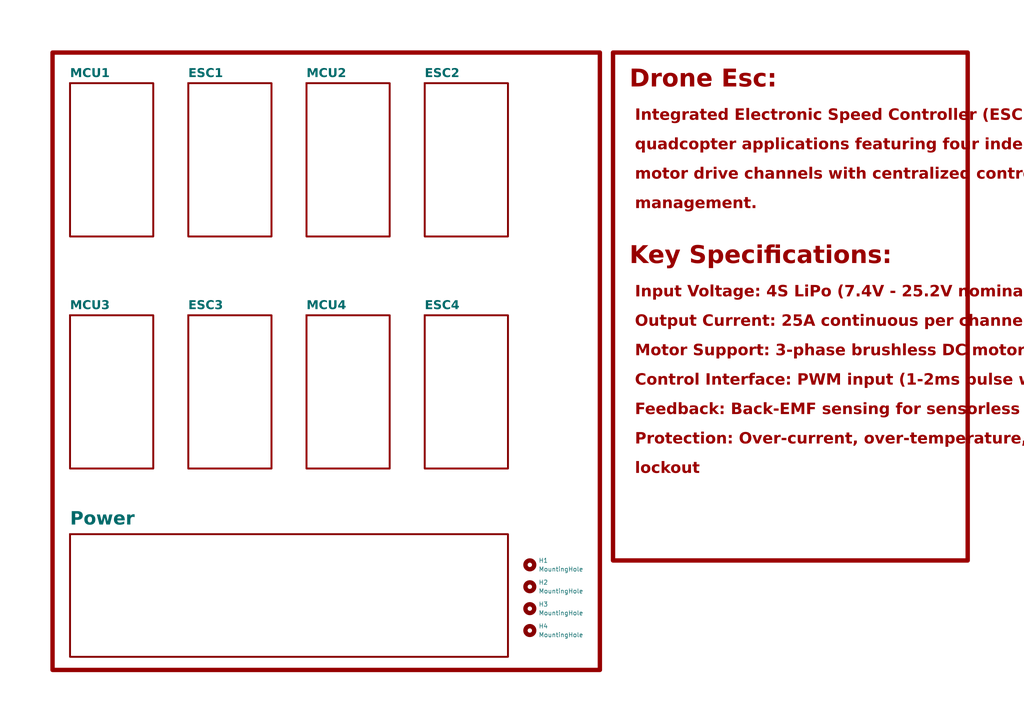
<source format=kicad_sch>
(kicad_sch (version 20250114) (generator "eeschema") (generator_version "9.0")
  (paper "A4")
  (title_block (title "Drone esc board overview") (date "2025-08-04") (rev "1.0") (company "Daniel Development Space"))
  (lib_symbols
    (symbol "Mechanical:MountingHole" (pin_names (offset 1.016)) (in_bom no)
      (property "Reference" "H" (at 0 5.08 0))
      (property "Value" "MountingHole" (at 0 3.175 0))
      (symbol "MountingHole_0_1"
        (circle (center 0 0) (radius 1.27) (stroke (width 1.27)))
      )
    )
  )
  (rectangle (start 15.24 15.24) (end 173.99 194.31) (stroke (width 1.27) (color 149 0 0 1)))
  (rectangle (start 177.8 15.24) (end 280.67 162.56) (stroke (width 1.27) (color 149 0 0 1)))
  (text_box "Drone Esc:\n_{ Integrated Electronic Speed Controller (ESC) board for}\n_{ quadcopter applications featuring four independent BLDC} \n_{ motor drive channels with centralized control and power }\n_{ management.}\n\nKey Specifications:\n_{ Input Voltage: 4S LiPo (7.4V - 25.2V nominal)}\n_{ Output Current: 25A continuous per channel (100A total)}\n_{ Motor Support: 3-phase brushless DC motors}\n_{ Control Interface: PWM input (1-2ms pulse width, 50-400Hz)}\n_{ Feedback: Back-EMF sensing for sensorless commutation}\n_{ Protection: Over-current, over-temperature, under-voltage }\n_{ lockout}" (at 181.61 19.05 0) (size 97.79 137.16) (margins 0.9525 0.9525 0.9525 0.9525) (stroke (width -0.0001)) (effects (font (size 5.08 5.08) (bold yes)) (justify left top)))
  (symbol (lib_id "Mechanical:MountingHole") (at 153.67 170.18 0) (unit 1) (in_bom no)
    (property "Reference" "H2" (at 156.21 168.9099 0) (effects (justify left)))
    (property "Value" "MountingHole" (at 156.21 171.4499 0) (effects (justify left)))
    (property "Footprint" "MountingHole:MountingHole_3.2mm_M3" (effects (hide yes)))
    (property "Description" "Mounting Hole without connection" (effects (hide yes)))
  )
  (symbol (lib_id "Mechanical:MountingHole") (at 153.67 182.88 0) (unit 1) (in_bom no)
    (property "Reference" "H4" (at 156.21 181.6099 0) (effects (justify left)))
    (property "Value" "MountingHole" (at 156.21 184.1499 0) (effects (justify left)))
    (property "Footprint" "MountingHole:MountingHole_3.2mm_M3" (effects (hide yes)))
    (property "Description" "Mounting Hole without connection" (effects (hide yes)))
  )
  (symbol (lib_id "Mechanical:MountingHole") (at 153.67 176.53 0) (unit 1) (in_bom no)
    (property "Reference" "H3" (at 156.21 175.2599 0) (effects (justify left)))
    (property "Value" "MountingHole" (at 156.21 177.7999 0) (effects (justify left)))
    (property "Footprint" "MountingHole:MountingHole_3.2mm_M3" (effects (hide yes)))
    (property "Description" "Mounting Hole without connection" (effects (hide yes)))
  )
  (symbol (lib_id "Mechanical:MountingHole") (at 153.67 163.83 0) (unit 1) (in_bom no)
    (property "Reference" "H1" (at 156.21 162.5599 0) (effects (justify left)))
    (property "Value" "MountingHole" (at 156.21 165.0999 0) (effects (justify left)))
    (property "Footprint" "MountingHole:MountingHole_3.2mm_M3" (effects (hide yes)))
    (property "Description" "Mounting Hole without connection" (effects (hide yes)))
  )
  (sheet (at 123.19 24.13) (size 24.13 44.45) (stroke (width 0.508))
    (property "Sheetname" "ESC2" (at 123.19 22.7834 0) (effects (font (size 2.54 2.54) (thickness 0.508) (bold yes)) (justify left bottom)))
    (property "Sheetfile" "schematics/esc_2.kicad_sch" (effects (hide yes)))
  )
  (sheet (at 88.9 91.44) (size 24.13 44.45) (stroke (width 0.508))
    (property "Sheetname" "MCU4" (at 88.9 90.0934 0) (effects (font (size 2.54 2.54) (thickness 0.508) (bold yes)) (justify left bottom)))
    (property "Sheetfile" "schematics/mcu_4.kicad_sch" (effects (hide yes)))
  )
  (sheet (at 20.32 91.44) (size 24.13 44.45) (stroke (width 0.508))
    (property "Sheetname" "MCU3" (at 20.32 90.0934 0) (effects (font (size 2.54 2.54) (thickness 0.508) (bold yes)) (justify left bottom)))
    (property "Sheetfile" "schematics/mcu_3.kicad_sch" (effects (hide yes)))
  )
  (sheet (at 54.61 91.44) (size 24.13 44.45) (stroke (width 0.508))
    (property "Sheetname" "ESC3" (at 54.61 90.0934 0) (effects (font (size 2.54 2.54) (thickness 0.508) (bold yes)) (justify left bottom)))
    (property "Sheetfile" "schematics/esc_3.kicad_sch" (effects (hide yes)))
  )
  (sheet (at 54.61 24.13) (size 24.13 44.45) (stroke (width 0.508))
    (property "Sheetname" "ESC1" (at 54.61 22.7834 0) (effects (font (size 2.54 2.54) (thickness 0.508) (bold yes)) (justify left bottom)))
    (property "Sheetfile" "schematics/esc_1.kicad_sch" (effects (hide yes)))
  )
  (sheet (at 20.32 154.94) (size 127 35.56) (stroke (width 0.508))
    (property "Sheetname" "Power" (at 20.32 152.7806 0) (effects (font (size 3.81 3.81) (thickness 0.762) (bold yes)) (justify left bottom)))
    (property "Sheetfile" "schematics/power.kicad_sch" (effects (hide yes)))
  )
  (sheet (at 123.19 91.44) (size 24.13 44.45) (stroke (width 0.508))
    (property "Sheetname" "ESC4" (at 123.19 90.0934 0) (effects (font (size 2.54 2.54) (thickness 0.508) (bold yes)) (justify left bottom)))
    (property "Sheetfile" "schematics/esc_4.kicad_sch" (effects (hide yes)))
  )
  (sheet (at 20.32 24.13) (size 24.13 44.45) (stroke (width 0.508))
    (property "Sheetname" "MCU1" (at 20.32 22.7834 0) (effects (font (size 2.54 2.54) (thickness 0.508) (bold yes)) (justify left bottom)))
    (property "Sheetfile" "schematics/mcu_1.kicad_sch" (effects (hide yes)))
  )
  (sheet (at 88.9 24.13) (size 24.13 44.45) (stroke (width 0.508))
    (property "Sheetname" "MCU2" (at 88.9 22.7834 0) (effects (font (size 2.54 2.54) (thickness 0.508) (bold yes)) (justify left bottom)))
    (property "Sheetfile" "schematics/mcu_2.kicad_sch" (effects (hide yes)))
  )
)
</source>
